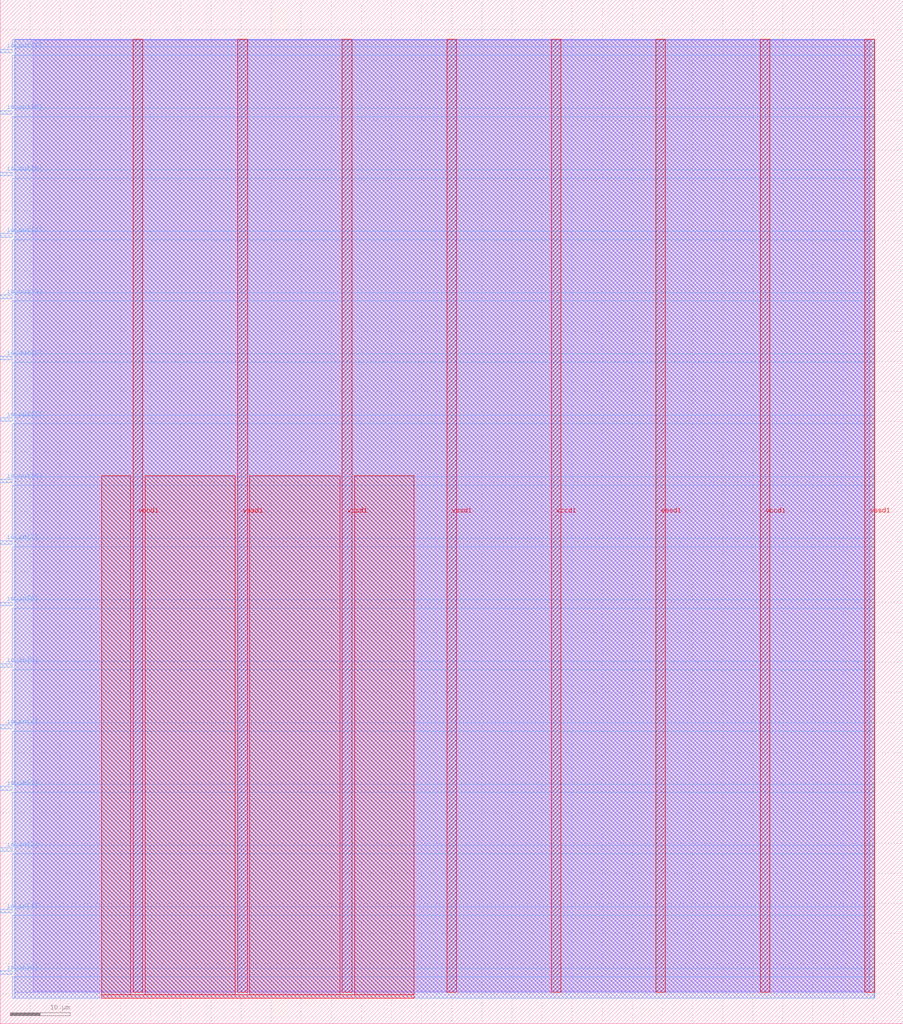
<source format=lef>
VERSION 5.7 ;
  NOWIREEXTENSIONATPIN ON ;
  DIVIDERCHAR "/" ;
  BUSBITCHARS "[]" ;
MACRO klei22_ra
  CLASS BLOCK ;
  FOREIGN klei22_ra ;
  ORIGIN 0.000 0.000 ;
  SIZE 150.000 BY 170.000 ;
  PIN io_in[0]
    DIRECTION INPUT ;
    USE SIGNAL ;
    PORT
      LAYER met3 ;
        RECT 0.000 8.200 2.000 8.800 ;
    END
  END io_in[0]
  PIN io_in[1]
    DIRECTION INPUT ;
    USE SIGNAL ;
    PORT
      LAYER met3 ;
        RECT 0.000 18.400 2.000 19.000 ;
    END
  END io_in[1]
  PIN io_in[2]
    DIRECTION INPUT ;
    USE SIGNAL ;
    PORT
      LAYER met3 ;
        RECT 0.000 28.600 2.000 29.200 ;
    END
  END io_in[2]
  PIN io_in[3]
    DIRECTION INPUT ;
    USE SIGNAL ;
    PORT
      LAYER met3 ;
        RECT 0.000 38.800 2.000 39.400 ;
    END
  END io_in[3]
  PIN io_in[4]
    DIRECTION INPUT ;
    USE SIGNAL ;
    PORT
      LAYER met3 ;
        RECT 0.000 49.000 2.000 49.600 ;
    END
  END io_in[4]
  PIN io_in[5]
    DIRECTION INPUT ;
    USE SIGNAL ;
    PORT
      LAYER met3 ;
        RECT 0.000 59.200 2.000 59.800 ;
    END
  END io_in[5]
  PIN io_in[6]
    DIRECTION INPUT ;
    USE SIGNAL ;
    PORT
      LAYER met3 ;
        RECT 0.000 69.400 2.000 70.000 ;
    END
  END io_in[6]
  PIN io_in[7]
    DIRECTION INPUT ;
    USE SIGNAL ;
    PORT
      LAYER met3 ;
        RECT 0.000 79.600 2.000 80.200 ;
    END
  END io_in[7]
  PIN io_out[0]
    DIRECTION OUTPUT TRISTATE ;
    USE SIGNAL ;
    PORT
      LAYER met3 ;
        RECT 0.000 89.800 2.000 90.400 ;
    END
  END io_out[0]
  PIN io_out[1]
    DIRECTION OUTPUT TRISTATE ;
    USE SIGNAL ;
    PORT
      LAYER met3 ;
        RECT 0.000 100.000 2.000 100.600 ;
    END
  END io_out[1]
  PIN io_out[2]
    DIRECTION OUTPUT TRISTATE ;
    USE SIGNAL ;
    PORT
      LAYER met3 ;
        RECT 0.000 110.200 2.000 110.800 ;
    END
  END io_out[2]
  PIN io_out[3]
    DIRECTION OUTPUT TRISTATE ;
    USE SIGNAL ;
    PORT
      LAYER met3 ;
        RECT 0.000 120.400 2.000 121.000 ;
    END
  END io_out[3]
  PIN io_out[4]
    DIRECTION OUTPUT TRISTATE ;
    USE SIGNAL ;
    PORT
      LAYER met3 ;
        RECT 0.000 130.600 2.000 131.200 ;
    END
  END io_out[4]
  PIN io_out[5]
    DIRECTION OUTPUT TRISTATE ;
    USE SIGNAL ;
    PORT
      LAYER met3 ;
        RECT 0.000 140.800 2.000 141.400 ;
    END
  END io_out[5]
  PIN io_out[6]
    DIRECTION OUTPUT TRISTATE ;
    USE SIGNAL ;
    PORT
      LAYER met3 ;
        RECT 0.000 151.000 2.000 151.600 ;
    END
  END io_out[6]
  PIN io_out[7]
    DIRECTION OUTPUT TRISTATE ;
    USE SIGNAL ;
    PORT
      LAYER met3 ;
        RECT 0.000 161.200 2.000 161.800 ;
    END
  END io_out[7]
  PIN vccd1
    DIRECTION INOUT ;
    USE POWER ;
    PORT
      LAYER met4 ;
        RECT 22.085 5.200 23.685 163.440 ;
    END
    PORT
      LAYER met4 ;
        RECT 56.815 5.200 58.415 163.440 ;
    END
    PORT
      LAYER met4 ;
        RECT 91.545 5.200 93.145 163.440 ;
    END
    PORT
      LAYER met4 ;
        RECT 126.275 5.200 127.875 163.440 ;
    END
  END vccd1
  PIN vssd1
    DIRECTION INOUT ;
    USE GROUND ;
    PORT
      LAYER met4 ;
        RECT 39.450 5.200 41.050 163.440 ;
    END
    PORT
      LAYER met4 ;
        RECT 74.180 5.200 75.780 163.440 ;
    END
    PORT
      LAYER met4 ;
        RECT 108.910 5.200 110.510 163.440 ;
    END
    PORT
      LAYER met4 ;
        RECT 143.640 5.200 145.240 163.440 ;
    END
  END vssd1
  OBS
      LAYER li1 ;
        RECT 5.520 5.355 144.440 163.285 ;
      LAYER met1 ;
        RECT 2.370 5.200 145.240 163.440 ;
      LAYER met2 ;
        RECT 2.390 4.235 145.210 163.385 ;
      LAYER met3 ;
        RECT 2.000 162.200 145.230 163.365 ;
        RECT 2.400 160.800 145.230 162.200 ;
        RECT 2.000 152.000 145.230 160.800 ;
        RECT 2.400 150.600 145.230 152.000 ;
        RECT 2.000 141.800 145.230 150.600 ;
        RECT 2.400 140.400 145.230 141.800 ;
        RECT 2.000 131.600 145.230 140.400 ;
        RECT 2.400 130.200 145.230 131.600 ;
        RECT 2.000 121.400 145.230 130.200 ;
        RECT 2.400 120.000 145.230 121.400 ;
        RECT 2.000 111.200 145.230 120.000 ;
        RECT 2.400 109.800 145.230 111.200 ;
        RECT 2.000 101.000 145.230 109.800 ;
        RECT 2.400 99.600 145.230 101.000 ;
        RECT 2.000 90.800 145.230 99.600 ;
        RECT 2.400 89.400 145.230 90.800 ;
        RECT 2.000 80.600 145.230 89.400 ;
        RECT 2.400 79.200 145.230 80.600 ;
        RECT 2.000 70.400 145.230 79.200 ;
        RECT 2.400 69.000 145.230 70.400 ;
        RECT 2.000 60.200 145.230 69.000 ;
        RECT 2.400 58.800 145.230 60.200 ;
        RECT 2.000 50.000 145.230 58.800 ;
        RECT 2.400 48.600 145.230 50.000 ;
        RECT 2.000 39.800 145.230 48.600 ;
        RECT 2.400 38.400 145.230 39.800 ;
        RECT 2.000 29.600 145.230 38.400 ;
        RECT 2.400 28.200 145.230 29.600 ;
        RECT 2.000 19.400 145.230 28.200 ;
        RECT 2.400 18.000 145.230 19.400 ;
        RECT 2.000 9.200 145.230 18.000 ;
        RECT 2.400 7.800 145.230 9.200 ;
        RECT 2.000 4.255 145.230 7.800 ;
      LAYER met4 ;
        RECT 16.855 4.800 21.685 90.945 ;
        RECT 24.085 4.800 39.050 90.945 ;
        RECT 41.450 4.800 56.415 90.945 ;
        RECT 58.815 4.800 68.705 90.945 ;
        RECT 16.855 4.255 68.705 4.800 ;
  END
END klei22_ra
END LIBRARY


</source>
